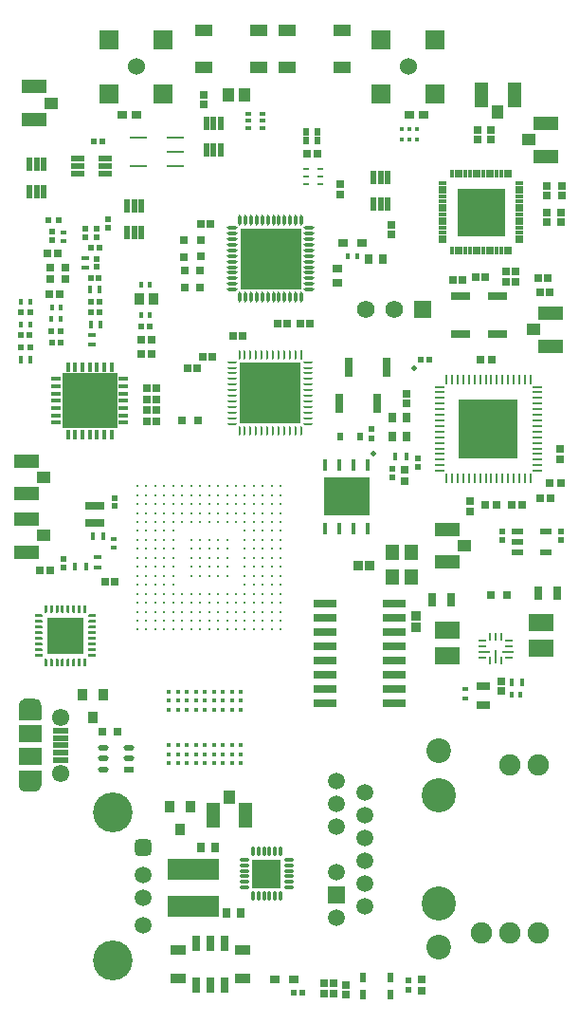
<source format=gts>
G04*
G04 #@! TF.GenerationSoftware,Altium Limited,Altium Designer,24.2.2 (26)*
G04*
G04 Layer_Color=8388736*
%FSLAX44Y44*%
%MOMM*%
G71*
G04*
G04 #@! TF.SameCoordinates,ED65E515-8F89-4409-9B4D-6018ACB33687*
G04*
G04*
G04 #@! TF.FilePolarity,Negative*
G04*
G01*
G75*
%ADD22R,0.7581X0.8121*%
%ADD24R,0.5000X0.4000*%
%ADD25R,1.1000X0.6000*%
%ADD26R,0.6725X0.7154*%
%ADD27R,0.4100X0.3300*%
%ADD28R,0.5200X0.5200*%
%ADD29R,0.7154X0.6725*%
%ADD30C,1.5240*%
%ADD31R,1.7780X1.7780*%
%ADD34R,4.0386X3.4544*%
%ADD35R,0.4318X1.0668*%
G04:AMPARAMS|DCode=36|XSize=0.625mm|YSize=0.25mm|CornerRadius=0.05mm|HoleSize=0mm|Usage=FLASHONLY|Rotation=270.000|XOffset=0mm|YOffset=0mm|HoleType=Round|Shape=RoundedRectangle|*
%AMROUNDEDRECTD36*
21,1,0.6250,0.1500,0,0,270.0*
21,1,0.5250,0.2500,0,0,270.0*
1,1,0.1000,-0.0750,-0.2625*
1,1,0.1000,-0.0750,0.2625*
1,1,0.1000,0.0750,0.2625*
1,1,0.1000,0.0750,-0.2625*
%
%ADD36ROUNDEDRECTD36*%
G04:AMPARAMS|DCode=37|XSize=0.25mm|YSize=0.675mm|CornerRadius=0.05mm|HoleSize=0mm|Usage=FLASHONLY|Rotation=270.000|XOffset=0mm|YOffset=0mm|HoleType=Round|Shape=RoundedRectangle|*
%AMROUNDEDRECTD37*
21,1,0.2500,0.5750,0,0,270.0*
21,1,0.1500,0.6750,0,0,270.0*
1,1,0.1000,-0.2875,-0.0750*
1,1,0.1000,-0.2875,0.0750*
1,1,0.1000,0.2875,0.0750*
1,1,0.1000,0.2875,-0.0750*
%
%ADD37ROUNDEDRECTD37*%
G04:AMPARAMS|DCode=38|XSize=0.25mm|YSize=0.975mm|CornerRadius=0.05mm|HoleSize=0mm|Usage=FLASHONLY|Rotation=270.000|XOffset=0mm|YOffset=0mm|HoleType=Round|Shape=RoundedRectangle|*
%AMROUNDEDRECTD38*
21,1,0.2500,0.8750,0,0,270.0*
21,1,0.1500,0.9750,0,0,270.0*
1,1,0.1000,-0.4375,-0.0750*
1,1,0.1000,-0.4375,0.0750*
1,1,0.1000,0.4375,0.0750*
1,1,0.1000,0.4375,-0.0750*
%
%ADD38ROUNDEDRECTD38*%
G04:AMPARAMS|DCode=39|XSize=1.225mm|YSize=0.25mm|CornerRadius=0.05mm|HoleSize=0mm|Usage=FLASHONLY|Rotation=270.000|XOffset=0mm|YOffset=0mm|HoleType=Round|Shape=RoundedRectangle|*
%AMROUNDEDRECTD39*
21,1,1.2250,0.1500,0,0,270.0*
21,1,1.1250,0.2500,0,0,270.0*
1,1,0.1000,-0.0750,-0.5625*
1,1,0.1000,-0.0750,0.5625*
1,1,0.1000,0.0750,0.5625*
1,1,0.1000,0.0750,-0.5625*
%
%ADD39ROUNDEDRECTD39*%
%ADD40R,0.4500X0.6750*%
%ADD41R,0.4000X0.5000*%
%ADD43R,2.3062X1.5549*%
%ADD44R,0.8000X0.8000*%
%ADD48R,1.8000X0.8000*%
%ADD49R,0.4725X0.5153*%
%ADD53R,1.2000X1.4000*%
%ADD56C,0.4064*%
%ADD57R,0.8121X0.7581*%
%ADD58R,0.8000X1.7000*%
%ADD59R,0.6000X0.8000*%
%ADD61R,0.5153X0.4725*%
%ADD62R,0.4725X0.4682*%
%ADD63R,0.3500X0.6500*%
%ADD64R,0.6500X0.3500*%
%ADD68R,0.6153X0.5725*%
%ADD69R,0.4682X0.4725*%
%ADD70R,0.1925X0.8078*%
G04:AMPARAMS|DCode=71|XSize=0.8078mm|YSize=0.1925mm|CornerRadius=0.0962mm|HoleSize=0mm|Usage=FLASHONLY|Rotation=270.000|XOffset=0mm|YOffset=0mm|HoleType=Round|Shape=RoundedRectangle|*
%AMROUNDEDRECTD71*
21,1,0.8078,0.0000,0,0,270.0*
21,1,0.6154,0.1925,0,0,270.0*
1,1,0.1925,0.0000,-0.3077*
1,1,0.1925,0.0000,0.3077*
1,1,0.1925,0.0000,0.3077*
1,1,0.1925,0.0000,-0.3077*
%
%ADD71ROUNDEDRECTD71*%
G04:AMPARAMS|DCode=72|XSize=0.1925mm|YSize=0.8078mm|CornerRadius=0.0962mm|HoleSize=0mm|Usage=FLASHONLY|Rotation=270.000|XOffset=0mm|YOffset=0mm|HoleType=Round|Shape=RoundedRectangle|*
%AMROUNDEDRECTD72*
21,1,0.1925,0.6154,0,0,270.0*
21,1,0.0000,0.8078,0,0,270.0*
1,1,0.1925,-0.3077,0.0000*
1,1,0.1925,-0.3077,0.0000*
1,1,0.1925,0.3077,0.0000*
1,1,0.1925,0.3077,0.0000*
%
%ADD72ROUNDEDRECTD72*%
%ADD73R,0.4100X0.6600*%
%ADD74R,0.6096X0.2540*%
%ADD76R,0.8500X0.6500*%
%ADD77R,0.6096X0.8382*%
%ADD78R,0.7000X0.7000*%
%ADD79R,0.5393X0.4725*%
%ADD80R,0.6750X0.4500*%
%ADD81R,0.5200X0.5200*%
%ADD83R,5.3086X5.3086*%
G04:AMPARAMS|DCode=84|XSize=0.9397mm|YSize=0.4858mm|CornerRadius=0.2429mm|HoleSize=0mm|Usage=FLASHONLY|Rotation=180.000|XOffset=0mm|YOffset=0mm|HoleType=Round|Shape=RoundedRectangle|*
%AMROUNDEDRECTD84*
21,1,0.9397,0.0000,0,0,180.0*
21,1,0.4539,0.4858,0,0,180.0*
1,1,0.4858,-0.2269,0.0000*
1,1,0.4858,0.2269,0.0000*
1,1,0.4858,0.2269,0.0000*
1,1,0.4858,-0.2269,0.0000*
%
%ADD84ROUNDEDRECTD84*%
%ADD88R,1.4986X0.2032*%
G04:AMPARAMS|DCode=90|XSize=0.95mm|YSize=0.3mm|CornerRadius=0.15mm|HoleSize=0mm|Usage=FLASHONLY|Rotation=270.000|XOffset=0mm|YOffset=0mm|HoleType=Round|Shape=RoundedRectangle|*
%AMROUNDEDRECTD90*
21,1,0.9500,0.0000,0,0,270.0*
21,1,0.6500,0.3000,0,0,270.0*
1,1,0.3000,0.0000,-0.3250*
1,1,0.3000,0.0000,0.3250*
1,1,0.3000,0.0000,0.3250*
1,1,0.3000,0.0000,-0.3250*
%
%ADD90ROUNDEDRECTD90*%
G04:AMPARAMS|DCode=91|XSize=0.3mm|YSize=0.95mm|CornerRadius=0.15mm|HoleSize=0mm|Usage=FLASHONLY|Rotation=270.000|XOffset=0mm|YOffset=0mm|HoleType=Round|Shape=RoundedRectangle|*
%AMROUNDEDRECTD91*
21,1,0.3000,0.6500,0,0,270.0*
21,1,0.0000,0.9500,0,0,270.0*
1,1,0.3000,-0.3250,0.0000*
1,1,0.3000,-0.3250,0.0000*
1,1,0.3000,0.3250,0.0000*
1,1,0.3000,0.3250,0.0000*
%
%ADD91ROUNDEDRECTD91*%
%ADD92R,5.5000X5.5000*%
%ADD93R,2.6000X2.6000*%
%ADD94R,0.5000X0.3500*%
%ADD95R,1.7000X0.8000*%
%ADD97R,0.9500X0.7000*%
%ADD98R,0.8000X0.8000*%
%ADD99R,0.2540X0.8128*%
%ADD100R,0.8128X0.2540*%
G04:AMPARAMS|DCode=103|XSize=0.3mm|YSize=0.85mm|CornerRadius=0.15mm|HoleSize=0mm|Usage=FLASHONLY|Rotation=270.000|XOffset=0mm|YOffset=0mm|HoleType=Round|Shape=RoundedRectangle|*
%AMROUNDEDRECTD103*
21,1,0.3000,0.5500,0,0,270.0*
21,1,0.0000,0.8500,0,0,270.0*
1,1,0.3000,-0.2750,0.0000*
1,1,0.3000,-0.2750,0.0000*
1,1,0.3000,0.2750,0.0000*
1,1,0.3000,0.2750,0.0000*
%
%ADD103ROUNDEDRECTD103*%
G04:AMPARAMS|DCode=106|XSize=0.85mm|YSize=0.3mm|CornerRadius=0.15mm|HoleSize=0mm|Usage=FLASHONLY|Rotation=270.000|XOffset=0mm|YOffset=0mm|HoleType=Round|Shape=RoundedRectangle|*
%AMROUNDEDRECTD106*
21,1,0.8500,0.0000,0,0,270.0*
21,1,0.5500,0.3000,0,0,270.0*
1,1,0.3000,0.0000,-0.2750*
1,1,0.3000,0.0000,0.2750*
1,1,0.3000,0.0000,0.2750*
1,1,0.3000,0.0000,-0.2750*
%
%ADD106ROUNDEDRECTD106*%
%ADD108R,0.9397X0.4858*%
%ADD109R,0.8000X0.9000*%
%ADD112C,0.6000*%
%ADD113C,0.2250*%
%ADD114R,3.2000X3.2000*%
%ADD115R,0.6500X0.7000*%
%ADD116R,0.7000X0.6500*%
%ADD117R,1.1500X1.1000*%
%ADD118R,2.3000X1.1500*%
%ADD119R,0.7500X1.1500*%
%ADD120R,1.1500X0.7500*%
%ADD121R,1.1500X2.3000*%
%ADD122R,1.1000X1.1500*%
%ADD123R,2.1320X0.7604*%
%ADD124R,0.8200X0.8200*%
%ADD125R,0.8200X0.8200*%
%ADD126R,0.5500X1.1500*%
%ADD127R,0.7000X0.7500*%
%ADD128R,0.9000X1.0000*%
%ADD129R,0.8500X0.4000*%
%ADD130R,0.4000X0.8500*%
%ADD131R,4.9000X4.9000*%
%ADD132R,1.0500X1.1500*%
%ADD133R,1.3500X0.9500*%
%ADD134R,2.0000X1.6000*%
%ADD135R,1.4500X0.5000*%
%ADD136R,1.1500X0.5500*%
%ADD137R,1.6000X1.0000*%
%ADD138R,4.2000X4.2000*%
%ADD139R,0.3200X0.7500*%
%ADD140R,4.6000X1.9000*%
%ADD141R,0.7500X0.7000*%
%ADD142R,0.7500X0.3200*%
%ADD143R,0.6200X0.6600*%
%ADD144R,0.7500X1.3500*%
%ADD145R,0.9000X1.0500*%
%ADD146C,1.5200*%
G04:AMPARAMS|DCode=147|XSize=1.52mm|YSize=1.52mm|CornerRadius=0.405mm|HoleSize=0mm|Usage=FLASHONLY|Rotation=270.000|XOffset=0mm|YOffset=0mm|HoleType=Round|Shape=RoundedRectangle|*
%AMROUNDEDRECTD147*
21,1,1.5200,0.7100,0,0,270.0*
21,1,0.7100,1.5200,0,0,270.0*
1,1,0.8100,-0.3550,-0.3550*
1,1,0.8100,-0.3550,0.3550*
1,1,0.8100,0.3550,0.3550*
1,1,0.8100,0.3550,-0.3550*
%
%ADD147ROUNDEDRECTD147*%
%ADD148C,3.5500*%
%ADD149R,1.5700X1.5700*%
%ADD150C,1.5700*%
%ADD151C,1.5500*%
%ADD152C,2.2000*%
%ADD153C,0.5000*%
%ADD154C,1.9000*%
%ADD155C,3.0500*%
%ADD156C,1.5000*%
%ADD157R,1.5000X1.5000*%
%ADD158C,0.5064*%
%ADD159C,0.6000*%
G36*
X81650Y328150D02*
X76000Y328150D01*
X75751D01*
X75292Y328340D01*
X74940Y328692D01*
X74750Y329151D01*
Y329400D01*
Y329649D01*
X74940Y330108D01*
X75292Y330460D01*
X75751Y330650D01*
X81650D01*
Y328150D01*
D02*
G37*
G36*
X33708Y330460D02*
X34060Y330108D01*
X34250Y329649D01*
Y329400D01*
Y329151D01*
X34060Y328692D01*
X33708Y328340D01*
X33249Y328150D01*
X33000D01*
Y328150D01*
X27350D01*
Y330650D01*
X33249D01*
X33708Y330460D01*
D02*
G37*
G36*
X81650Y323150D02*
X75751D01*
X75292Y323340D01*
X74940Y323692D01*
X74750Y324151D01*
Y324400D01*
Y324649D01*
X74940Y325108D01*
X75292Y325460D01*
X75751Y325650D01*
X81650D01*
Y323150D01*
D02*
G37*
G36*
X33708Y325460D02*
X34060Y325108D01*
X34250Y324649D01*
Y324400D01*
Y324151D01*
X34060Y323692D01*
X33708Y323340D01*
X33249Y323150D01*
X27350D01*
Y325650D01*
X33249D01*
X33708Y325460D01*
D02*
G37*
G36*
X76000Y320650D02*
X81650D01*
Y318150D01*
X75751D01*
X75292Y318340D01*
X74940Y318692D01*
X74750Y319151D01*
Y319400D01*
Y319649D01*
X74940Y320108D01*
X75292Y320460D01*
X75751Y320650D01*
X76000D01*
Y320650D01*
D02*
G37*
G36*
X33708Y320460D02*
X34060Y320108D01*
X34250Y319649D01*
Y319400D01*
Y319151D01*
X34060Y318692D01*
X33708Y318340D01*
X33249Y318150D01*
X27350D01*
Y320650D01*
X33000Y320650D01*
X33249D01*
X33708Y320460D01*
D02*
G37*
G36*
X72708Y316460D02*
X73060Y316108D01*
X73250Y315649D01*
Y315400D01*
Y309750D01*
X70750D01*
X70750Y315400D01*
Y315649D01*
X70940Y316108D01*
X71292Y316460D01*
X71751Y316650D01*
X72249D01*
X72708Y316460D01*
D02*
G37*
G36*
X67708D02*
X68060Y316108D01*
X68250Y315649D01*
Y315400D01*
Y309750D01*
X65750D01*
Y315400D01*
Y315649D01*
X65940Y316108D01*
X66292Y316460D01*
X66751Y316650D01*
X67249D01*
X67708Y316460D01*
D02*
G37*
G36*
X62708D02*
X63060Y316108D01*
X63250Y315649D01*
Y315400D01*
X63250D01*
Y309750D01*
X60750D01*
Y315400D01*
Y315649D01*
X60940Y316108D01*
X61292Y316460D01*
X61751Y316650D01*
X62249D01*
X62708Y316460D01*
D02*
G37*
G36*
X57708D02*
X58060Y316108D01*
X58250Y315649D01*
Y315400D01*
Y309750D01*
X55750D01*
X55750Y315400D01*
Y315649D01*
X55940Y316108D01*
X56292Y316460D01*
X56751Y316650D01*
X57249D01*
X57708Y316460D01*
D02*
G37*
G36*
X52708D02*
X53060Y316108D01*
X53250Y315649D01*
Y315400D01*
X53250D01*
Y309750D01*
X50750D01*
Y315400D01*
Y315649D01*
X50940Y316108D01*
X51292Y316460D01*
X51751Y316650D01*
X52249D01*
X52708Y316460D01*
D02*
G37*
G36*
X47708D02*
X48060Y316108D01*
X48250Y315649D01*
Y315400D01*
Y309750D01*
X45750D01*
X45750Y315400D01*
Y315649D01*
X45940Y316108D01*
X46292Y316460D01*
X46751Y316650D01*
X47249D01*
X47708Y316460D01*
D02*
G37*
G36*
X42708D02*
X43060Y316108D01*
X43250Y315649D01*
Y315400D01*
Y309750D01*
X40750D01*
Y315400D01*
Y315649D01*
X40940Y316108D01*
X41292Y316460D01*
X41751Y316650D01*
X42249D01*
X42708Y316460D01*
D02*
G37*
G36*
X37708D02*
X38060Y316108D01*
X38250Y315649D01*
Y315400D01*
X38250D01*
Y309750D01*
X35750D01*
Y315400D01*
Y315649D01*
X35940Y316108D01*
X36292Y316460D01*
X36751Y316650D01*
X37249D01*
X37708Y316460D01*
D02*
G37*
G36*
X27598Y280493D02*
X27692Y280464D01*
X27779Y280418D01*
X27855Y280355D01*
X27918Y280279D01*
X27964Y280192D01*
X27993Y280098D01*
X28002Y280000D01*
Y280000D01*
D01*
Y275502D01*
X32500D01*
X32598Y275493D01*
X32692Y275464D01*
X32779Y275418D01*
X32855Y275355D01*
X32918Y275279D01*
X32964Y275192D01*
X32993Y275098D01*
X33002Y275000D01*
Y262000D01*
X32993Y261902D01*
X32964Y261808D01*
X32918Y261721D01*
X32855Y261645D01*
X32779Y261582D01*
X32692Y261536D01*
X32598Y261507D01*
X32500Y261498D01*
X13500D01*
X13402Y261507D01*
X13308Y261536D01*
X13221Y261582D01*
X13145Y261645D01*
X13082Y261721D01*
X13036Y261808D01*
X13007Y261902D01*
X12998Y262000D01*
Y275000D01*
X13007Y275098D01*
X13036Y275192D01*
X13082Y275279D01*
X13145Y275355D01*
X13221Y275418D01*
X13308Y275464D01*
X13402Y275493D01*
X13500Y275502D01*
X17997D01*
Y280000D01*
X18007Y280098D01*
X18036Y280192D01*
X18082Y280279D01*
X18145Y280355D01*
X18221Y280417D01*
X18307Y280464D01*
X18402Y280493D01*
X18500Y280502D01*
X27500Y280502D01*
X27500D01*
D01*
X27598Y280493D01*
D02*
G37*
G36*
X32598Y216493D02*
X32692Y216464D01*
X32779Y216418D01*
X32855Y216355D01*
X32918Y216279D01*
X32964Y216192D01*
X32993Y216098D01*
X33002Y216000D01*
Y203000D01*
X32993Y202902D01*
X32964Y202808D01*
X32918Y202721D01*
X32855Y202645D01*
X32779Y202582D01*
X32692Y202536D01*
X32598Y202507D01*
X32500Y202498D01*
X28003D01*
Y198000D01*
X27993Y197902D01*
X27964Y197808D01*
X27918Y197721D01*
X27856Y197645D01*
X27779Y197582D01*
X27692Y197536D01*
X27598Y197507D01*
X27500Y197498D01*
X18500Y197498D01*
X18500D01*
D01*
X18402Y197507D01*
X18308Y197536D01*
X18221Y197582D01*
X18145Y197645D01*
X18082Y197721D01*
X18036Y197808D01*
X18007Y197902D01*
X17998Y198000D01*
Y198000D01*
D01*
Y202498D01*
X13500D01*
X13402Y202507D01*
X13308Y202536D01*
X13221Y202582D01*
X13145Y202645D01*
X13082Y202721D01*
X13036Y202808D01*
X13007Y202902D01*
X12998Y203000D01*
Y216000D01*
X13007Y216098D01*
X13036Y216192D01*
X13082Y216279D01*
X13145Y216355D01*
X13221Y216418D01*
X13308Y216464D01*
X13402Y216493D01*
X13500Y216502D01*
X32500D01*
X32598Y216493D01*
D02*
G37*
G36*
X33708Y335460D02*
X34060Y335108D01*
X34250Y334649D01*
Y334400D01*
Y334151D01*
X34060Y333692D01*
X33708Y333340D01*
X33249Y333150D01*
X27350D01*
Y335650D01*
X33000Y335650D01*
X33249D01*
X33708Y335460D01*
D02*
G37*
G36*
Y340460D02*
X34060Y340108D01*
X34250Y339649D01*
Y339400D01*
Y339151D01*
X34060Y338692D01*
X33708Y338340D01*
X33249Y338150D01*
X33000D01*
Y338150D01*
X27350D01*
Y340650D01*
X33249D01*
X33708Y340460D01*
D02*
G37*
G36*
Y345460D02*
X34060Y345108D01*
X34250Y344649D01*
Y344400D01*
Y344151D01*
X34060Y343692D01*
X33708Y343340D01*
X33249Y343150D01*
X27350D01*
Y345650D01*
X33000Y345650D01*
X33249D01*
X33708Y345460D01*
D02*
G37*
G36*
Y350460D02*
X34060Y350108D01*
X34250Y349649D01*
Y349400D01*
Y349151D01*
X34060Y348692D01*
X33708Y348340D01*
X33249Y348150D01*
X27350D01*
Y350650D01*
X33249D01*
X33708Y350460D01*
D02*
G37*
G36*
Y355460D02*
X34060Y355108D01*
X34250Y354649D01*
Y354400D01*
Y354151D01*
X34060Y353692D01*
X33708Y353340D01*
X33249Y353150D01*
X33000D01*
Y353150D01*
X27350D01*
Y355650D01*
X33249D01*
X33708Y355460D01*
D02*
G37*
G36*
X38250Y358400D02*
Y358151D01*
X38060Y357692D01*
X37708Y357340D01*
X37249Y357150D01*
X36751D01*
X36292Y357340D01*
X35940Y357692D01*
X35750Y358151D01*
Y358400D01*
Y364050D01*
X38250D01*
X38250Y358400D01*
D02*
G37*
G36*
X43250D02*
Y358151D01*
X43060Y357692D01*
X42708Y357340D01*
X42249Y357150D01*
X41751D01*
X41292Y357340D01*
X40940Y357692D01*
X40750Y358151D01*
Y358400D01*
Y364050D01*
X43250D01*
Y358400D01*
D02*
G37*
G36*
X48250D02*
Y358151D01*
X48060Y357692D01*
X47708Y357340D01*
X47249Y357150D01*
X46751D01*
X46292Y357340D01*
X45940Y357692D01*
X45750Y358151D01*
Y358400D01*
X45750D01*
Y364050D01*
X48250D01*
Y358400D01*
D02*
G37*
G36*
X53250D02*
Y358151D01*
X53060Y357692D01*
X52708Y357340D01*
X52249Y357150D01*
X51751D01*
X51292Y357340D01*
X50940Y357692D01*
X50750Y358151D01*
Y358400D01*
Y364050D01*
X53250D01*
X53250Y358400D01*
D02*
G37*
G36*
X76000Y335650D02*
X81650D01*
Y333150D01*
X75751D01*
X75292Y333340D01*
X74940Y333692D01*
X74750Y334151D01*
Y334400D01*
Y334649D01*
X74940Y335108D01*
X75292Y335460D01*
X75751Y335650D01*
X76000D01*
Y335650D01*
D02*
G37*
G36*
X81650Y338150D02*
X76000Y338150D01*
X75751D01*
X75292Y338340D01*
X74940Y338692D01*
X74750Y339151D01*
Y339400D01*
Y339649D01*
X74940Y340108D01*
X75292Y340460D01*
X75751Y340650D01*
X81650D01*
Y338150D01*
D02*
G37*
G36*
X76000Y345650D02*
X81650D01*
Y343150D01*
X75751D01*
X75292Y343340D01*
X74940Y343692D01*
X74750Y344151D01*
Y344400D01*
Y344649D01*
X74940Y345108D01*
X75292Y345460D01*
X75751Y345650D01*
X76000D01*
Y345650D01*
D02*
G37*
G36*
X81650Y348150D02*
X75751D01*
X75292Y348340D01*
X74940Y348692D01*
X74750Y349151D01*
Y349400D01*
Y349649D01*
X74940Y350108D01*
X75292Y350460D01*
X75751Y350650D01*
X81650D01*
Y348150D01*
D02*
G37*
G36*
Y353150D02*
X76000Y353150D01*
X75751D01*
X75292Y353340D01*
X74940Y353692D01*
X74750Y354151D01*
Y354400D01*
Y354649D01*
X74940Y355108D01*
X75292Y355460D01*
X75751Y355650D01*
X81650D01*
Y353150D01*
D02*
G37*
G36*
X58250Y358400D02*
Y358151D01*
X58060Y357692D01*
X57708Y357340D01*
X57249Y357150D01*
X56751D01*
X56292Y357340D01*
X55940Y357692D01*
X55750Y358151D01*
Y358400D01*
X55750D01*
Y364050D01*
X58250D01*
Y358400D01*
D02*
G37*
G36*
X63250D02*
Y358151D01*
X63060Y357692D01*
X62708Y357340D01*
X62249Y357150D01*
X61751D01*
X61292Y357340D01*
X60940Y357692D01*
X60750Y358151D01*
Y358400D01*
Y364050D01*
X63250D01*
X63250Y358400D01*
D02*
G37*
G36*
X68250D02*
Y358151D01*
X68060Y357692D01*
X67708Y357340D01*
X67249Y357150D01*
X66751D01*
X66292Y357340D01*
X65940Y357692D01*
X65750Y358151D01*
Y358400D01*
Y364050D01*
X68250D01*
Y358400D01*
D02*
G37*
G36*
X73250D02*
Y358151D01*
X73060Y357692D01*
X72708Y357340D01*
X72249Y357150D01*
X71751D01*
X71292Y357340D01*
X70940Y357692D01*
X70750Y358151D01*
Y358400D01*
X70750D01*
Y364050D01*
X73250D01*
Y358400D01*
D02*
G37*
D22*
X338270Y673000D02*
D03*
X325730D02*
D03*
X198730Y89000D02*
D03*
X211270D02*
D03*
X188416Y147871D02*
D03*
X175876D02*
D03*
D24*
X98000Y423000D02*
D03*
Y415000D02*
D03*
X412095Y288967D02*
D03*
Y280967D02*
D03*
X52980Y696692D02*
D03*
Y688692D02*
D03*
D25*
X484106Y410802D02*
D03*
Y429802D02*
D03*
X458107D02*
D03*
Y410802D02*
D03*
Y420302D02*
D03*
D26*
X358072Y484345D02*
D03*
Y474774D02*
D03*
X496642Y503781D02*
D03*
Y494210D02*
D03*
X300000Y730214D02*
D03*
Y739786D02*
D03*
X415897Y447226D02*
D03*
X373000Y29786D02*
D03*
Y20214D02*
D03*
X54224Y655292D02*
D03*
Y664863D02*
D03*
X415897Y456797D02*
D03*
X41224Y664863D02*
D03*
Y655292D02*
D03*
D27*
X362000Y788950D02*
D03*
X355400Y779050D02*
D03*
X368600D02*
D03*
X362000D02*
D03*
X355400Y788950D02*
D03*
X368600D02*
D03*
D28*
X346558Y486000D02*
D03*
Y478000D02*
D03*
X328000Y513000D02*
D03*
Y521000D02*
D03*
X52986Y397557D02*
D03*
Y405557D02*
D03*
X445015Y422116D02*
D03*
X497000Y421802D02*
D03*
X369239Y487198D02*
D03*
X361000Y29000D02*
D03*
X445015Y430116D02*
D03*
X361000Y21000D02*
D03*
X369239Y495198D02*
D03*
X497000Y429802D02*
D03*
D29*
X280046Y766415D02*
D03*
X270475D02*
D03*
X41000Y394957D02*
D03*
X31429D02*
D03*
X131786Y601000D02*
D03*
X122214D02*
D03*
X131786Y588000D02*
D03*
X122214D02*
D03*
X40257Y641317D02*
D03*
X38352Y678012D02*
D03*
X462856Y453803D02*
D03*
X488234Y459522D02*
D03*
X429872Y453803D02*
D03*
X435385Y582803D02*
D03*
X496977Y473185D02*
D03*
X487406D02*
D03*
X453285Y453803D02*
D03*
X439443D02*
D03*
X425814Y582803D02*
D03*
X478663Y459522D02*
D03*
X47923Y678012D02*
D03*
X49828Y641317D02*
D03*
D30*
X361000Y844190D02*
D03*
X118000D02*
D03*
D31*
X385130Y820060D02*
D03*
X336870D02*
D03*
Y868320D02*
D03*
X385130D02*
D03*
X142130D02*
D03*
X93870D02*
D03*
Y820060D02*
D03*
X142130D02*
D03*
D34*
X306000Y460802D02*
D03*
D35*
X325050Y432608D02*
D03*
X312350D02*
D03*
X299650D02*
D03*
X286950D02*
D03*
Y488996D02*
D03*
X299650D02*
D03*
X312350D02*
D03*
X325050D02*
D03*
D36*
X444095Y335342D02*
D03*
X439095D02*
D03*
X434095D02*
D03*
Y314592D02*
D03*
X444095D02*
D03*
D37*
X426970Y332467D02*
D03*
Y327467D02*
D03*
Y317467D02*
D03*
X451220D02*
D03*
Y327467D02*
D03*
Y332467D02*
D03*
D38*
X428470Y322467D02*
D03*
X449720D02*
D03*
D39*
X439095Y317592D02*
D03*
D40*
X453349Y295092D02*
D03*
X462599D02*
D03*
X79516Y425100D02*
D03*
X88766D02*
D03*
D41*
X452974Y284092D02*
D03*
X460974D02*
D03*
X130000Y623000D02*
D03*
X122000D02*
D03*
X315000Y675000D02*
D03*
X307000D02*
D03*
X42293Y619467D02*
D03*
X50292D02*
D03*
X50473Y629807D02*
D03*
X42473D02*
D03*
X23000Y635000D02*
D03*
X122000Y650000D02*
D03*
X130000D02*
D03*
X15000Y635000D02*
D03*
X23049Y614285D02*
D03*
X15050D02*
D03*
D43*
X479845Y325960D02*
D03*
Y348473D02*
D03*
X395845Y341473D02*
D03*
Y318960D02*
D03*
D44*
X449345Y372809D02*
D03*
X434345D02*
D03*
X158500Y529000D02*
D03*
X173500D02*
D03*
D48*
X81141Y437000D02*
D03*
Y453000D02*
D03*
D49*
X99000Y459785D02*
D03*
Y452214D02*
D03*
X82477Y691944D02*
D03*
Y699515D02*
D03*
X92905Y708267D02*
D03*
Y700696D02*
D03*
X82362Y665534D02*
D03*
Y673105D02*
D03*
X42971Y696977D02*
D03*
Y689406D02*
D03*
D53*
X363500Y411000D02*
D03*
Y389000D02*
D03*
X346500D02*
D03*
Y411000D02*
D03*
D56*
X211182Y286950D02*
D03*
Y278951D02*
D03*
Y270951D02*
D03*
Y238951D02*
D03*
Y230951D02*
D03*
Y222951D02*
D03*
X203182Y286950D02*
D03*
Y278951D02*
D03*
Y270951D02*
D03*
Y238951D02*
D03*
Y230951D02*
D03*
Y222951D02*
D03*
X195182Y286950D02*
D03*
Y278951D02*
D03*
Y270951D02*
D03*
Y238951D02*
D03*
Y230951D02*
D03*
Y222951D02*
D03*
X187182Y286950D02*
D03*
Y278951D02*
D03*
Y270951D02*
D03*
Y238951D02*
D03*
Y230951D02*
D03*
Y222951D02*
D03*
X179182Y286950D02*
D03*
Y278951D02*
D03*
Y270951D02*
D03*
Y238951D02*
D03*
Y230951D02*
D03*
Y222951D02*
D03*
X171182Y286950D02*
D03*
Y278951D02*
D03*
Y270951D02*
D03*
Y238951D02*
D03*
Y230951D02*
D03*
Y222951D02*
D03*
X163182Y286950D02*
D03*
Y278951D02*
D03*
Y270951D02*
D03*
Y238951D02*
D03*
Y230951D02*
D03*
Y222951D02*
D03*
X155182Y286950D02*
D03*
Y278951D02*
D03*
Y270951D02*
D03*
Y238951D02*
D03*
Y230951D02*
D03*
Y222951D02*
D03*
X147182Y286950D02*
D03*
Y278951D02*
D03*
Y270951D02*
D03*
Y238951D02*
D03*
Y230951D02*
D03*
Y222951D02*
D03*
D57*
X298000Y664270D02*
D03*
Y651730D02*
D03*
D58*
X299000Y544000D02*
D03*
X333000D02*
D03*
X308000Y576000D02*
D03*
X342000D02*
D03*
D59*
X300500Y514000D02*
D03*
X317500D02*
D03*
D61*
X77371Y682588D02*
D03*
X84942D02*
D03*
X129786Y613000D02*
D03*
X122214D02*
D03*
X77825Y625087D02*
D03*
X85396D02*
D03*
X77825Y634819D02*
D03*
X85396D02*
D03*
X77063Y655914D02*
D03*
X84634D02*
D03*
X42469Y598303D02*
D03*
X22760Y604636D02*
D03*
X15189D02*
D03*
X50040Y598303D02*
D03*
D62*
X72638Y691840D02*
D03*
Y699883D02*
D03*
D63*
X85334Y645326D02*
D03*
X76834D02*
D03*
X86021Y614473D02*
D03*
X77521D02*
D03*
X14750Y583000D02*
D03*
X23250D02*
D03*
D64*
X72043Y665124D02*
D03*
Y673624D02*
D03*
X77964Y605069D02*
D03*
Y596569D02*
D03*
D68*
X14714Y594000D02*
D03*
X23286D02*
D03*
X39686Y707038D02*
D03*
X48257D02*
D03*
X41537Y608675D02*
D03*
X50108D02*
D03*
D69*
X23022Y625000D02*
D03*
X14978D02*
D03*
D70*
X265000Y587000D02*
D03*
D71*
X260000D02*
D03*
X255000D02*
D03*
X250000D02*
D03*
X245000D02*
D03*
X240000D02*
D03*
X235000D02*
D03*
X230000D02*
D03*
X225000D02*
D03*
X220000D02*
D03*
X215000D02*
D03*
X210000D02*
D03*
Y519496D02*
D03*
X215000D02*
D03*
X220000D02*
D03*
X225000D02*
D03*
X230000D02*
D03*
X235000D02*
D03*
X240000D02*
D03*
X245000D02*
D03*
X250000D02*
D03*
X255000D02*
D03*
X260000D02*
D03*
X265000D02*
D03*
D72*
X203748Y580748D02*
D03*
Y575748D02*
D03*
Y570748D02*
D03*
Y565748D02*
D03*
Y560748D02*
D03*
Y555748D02*
D03*
Y550748D02*
D03*
Y545748D02*
D03*
Y540748D02*
D03*
Y535748D02*
D03*
Y530748D02*
D03*
Y525748D02*
D03*
X271252D02*
D03*
Y530748D02*
D03*
Y535748D02*
D03*
Y540748D02*
D03*
Y545748D02*
D03*
Y550748D02*
D03*
Y555748D02*
D03*
Y560748D02*
D03*
Y565748D02*
D03*
Y570748D02*
D03*
Y575748D02*
D03*
Y580748D02*
D03*
D73*
X62950Y398000D02*
D03*
X73050D02*
D03*
X349608Y496803D02*
D03*
X359707D02*
D03*
D74*
X282032Y739886D02*
D03*
Y746386D02*
D03*
Y752886D02*
D03*
X269532D02*
D03*
Y746386D02*
D03*
Y739886D02*
D03*
D76*
X105750Y801000D02*
D03*
X118250D02*
D03*
X374250Y801190D02*
D03*
X361750D02*
D03*
D77*
X320600Y31747D02*
D03*
X345400Y16253D02*
D03*
X320600D02*
D03*
X345400Y31747D02*
D03*
D78*
X101318Y250748D02*
D03*
X87318D02*
D03*
D79*
X265974Y17900D02*
D03*
X258643D02*
D03*
D80*
X83000Y407125D02*
D03*
Y397875D02*
D03*
D81*
X80000Y778000D02*
D03*
X371772Y583110D02*
D03*
X88000Y778000D02*
D03*
X379772Y583110D02*
D03*
D83*
X432599Y521306D02*
D03*
D84*
X111155Y236500D02*
D03*
Y227000D02*
D03*
X88845D02*
D03*
Y236500D02*
D03*
Y217500D02*
D03*
D88*
X152637Y780700D02*
D03*
Y768000D02*
D03*
X119363Y755300D02*
D03*
Y780700D02*
D03*
X152637Y755300D02*
D03*
D90*
X255500Y707500D02*
D03*
X240500D02*
D03*
X235500D02*
D03*
X220500D02*
D03*
X245500Y638500D02*
D03*
X265500D02*
D03*
X260500D02*
D03*
X255500D02*
D03*
X250500D02*
D03*
X240500D02*
D03*
X235500D02*
D03*
X230500D02*
D03*
X225500D02*
D03*
X220500D02*
D03*
X215500D02*
D03*
X210500D02*
D03*
Y707500D02*
D03*
X215500D02*
D03*
X225500D02*
D03*
X230500D02*
D03*
X245500D02*
D03*
X250500D02*
D03*
X260500D02*
D03*
X265500D02*
D03*
D91*
X203500Y685500D02*
D03*
Y670500D02*
D03*
Y665500D02*
D03*
Y650500D02*
D03*
Y645500D02*
D03*
X272500Y650500D02*
D03*
Y685500D02*
D03*
Y700500D02*
D03*
Y695500D02*
D03*
Y690500D02*
D03*
Y680500D02*
D03*
Y675500D02*
D03*
Y670500D02*
D03*
Y665500D02*
D03*
Y660500D02*
D03*
Y655500D02*
D03*
Y645500D02*
D03*
X203500Y655500D02*
D03*
Y660500D02*
D03*
Y675500D02*
D03*
Y680500D02*
D03*
Y690500D02*
D03*
Y695500D02*
D03*
Y700500D02*
D03*
D92*
X237500Y553248D02*
D03*
X238000Y673000D02*
D03*
D93*
X234500Y124500D02*
D03*
D94*
X218000Y796000D02*
D03*
X230700D02*
D03*
Y802500D02*
D03*
Y789500D02*
D03*
X218000D02*
D03*
Y802500D02*
D03*
D95*
X408000Y606000D02*
D03*
X441000D02*
D03*
Y640000D02*
D03*
X408000D02*
D03*
D97*
X319443Y687363D02*
D03*
X258558Y29900D02*
D03*
X302943Y687363D02*
D03*
X242058Y29900D02*
D03*
D98*
X175000Y662500D02*
D03*
X175448Y674850D02*
D03*
X160653Y674724D02*
D03*
X161000Y662500D02*
D03*
X175000Y647500D02*
D03*
X161000D02*
D03*
X175448Y689850D02*
D03*
X160653Y689724D02*
D03*
D99*
X455105Y565248D02*
D03*
X470109D02*
D03*
X455105Y477364D02*
D03*
X440101D02*
D03*
X410094D02*
D03*
X415095D02*
D03*
X425098D02*
D03*
X465108Y565248D02*
D03*
X460106D02*
D03*
X450104D02*
D03*
X445103D02*
D03*
X440101D02*
D03*
X435100D02*
D03*
X430099D02*
D03*
X425098D02*
D03*
X420096D02*
D03*
X415095D02*
D03*
X420096Y477364D02*
D03*
X470109D02*
D03*
X395090Y565248D02*
D03*
X405093Y477364D02*
D03*
X395090D02*
D03*
X405093Y565248D02*
D03*
X410094D02*
D03*
X400091Y477364D02*
D03*
Y565248D02*
D03*
X430099Y477364D02*
D03*
X445103D02*
D03*
X450104D02*
D03*
X460106D02*
D03*
X465108D02*
D03*
X435100D02*
D03*
D100*
X476541Y518805D02*
D03*
Y483797D02*
D03*
X388657Y493799D02*
D03*
Y488798D02*
D03*
X476541Y503802D02*
D03*
Y523807D02*
D03*
Y528808D02*
D03*
Y533809D02*
D03*
Y538811D02*
D03*
Y543812D02*
D03*
Y498800D02*
D03*
Y548813D02*
D03*
X388657Y483797D02*
D03*
X476541Y513804D02*
D03*
X388657Y548813D02*
D03*
Y543812D02*
D03*
Y503802D02*
D03*
X476541Y553814D02*
D03*
X388657Y508803D02*
D03*
X476541Y488798D02*
D03*
Y493799D02*
D03*
X388657Y533809D02*
D03*
Y498800D02*
D03*
Y553814D02*
D03*
X476541Y508803D02*
D03*
X388657Y528808D02*
D03*
Y523807D02*
D03*
Y518805D02*
D03*
Y513804D02*
D03*
X476541Y558815D02*
D03*
X388657Y538811D02*
D03*
Y558815D02*
D03*
D103*
X215000Y127000D02*
D03*
X254000Y137000D02*
D03*
Y132000D02*
D03*
Y127000D02*
D03*
Y122000D02*
D03*
Y117000D02*
D03*
Y112000D02*
D03*
X215000D02*
D03*
Y117000D02*
D03*
Y122000D02*
D03*
Y132000D02*
D03*
Y137000D02*
D03*
D106*
X247000Y105000D02*
D03*
X242000D02*
D03*
X237000D02*
D03*
X232000D02*
D03*
X227000D02*
D03*
X222000D02*
D03*
Y144000D02*
D03*
X227000D02*
D03*
X232000D02*
D03*
X237000D02*
D03*
X242000D02*
D03*
X247000D02*
D03*
D108*
X111155Y217500D02*
D03*
D109*
X359250Y531250D02*
D03*
X346750D02*
D03*
X359250Y514750D02*
D03*
X346750D02*
D03*
D112*
X30000Y203000D02*
G03*
X30000Y203000I-2500J0D01*
G01*
X21000D02*
G03*
X21000Y203000I-2500J0D01*
G01*
X30000Y275000D02*
G03*
X30000Y275000I-2500J0D01*
G01*
X21000D02*
G03*
X21000Y275000I-2500J0D01*
G01*
D113*
X30800Y354400D02*
D03*
Y349400D02*
D03*
Y344400D02*
D03*
Y339400D02*
D03*
X28600Y334400D02*
D03*
Y329400D02*
D03*
Y324400D02*
D03*
X78200Y319400D02*
D03*
Y324400D02*
D03*
Y329400D02*
D03*
X78329Y344400D02*
D03*
Y349400D02*
D03*
Y354400D02*
D03*
X37000Y313200D02*
D03*
X42000D02*
D03*
X52000D02*
D03*
X57000Y311000D02*
D03*
X67000D02*
D03*
X72000D02*
D03*
Y360600D02*
D03*
X67000D02*
D03*
X62000D02*
D03*
X57000Y360600D02*
D03*
X52000Y360729D02*
D03*
X47000D02*
D03*
X42000D02*
D03*
X47000Y313200D02*
D03*
X28600Y319400D02*
D03*
X37000Y360729D02*
D03*
X78200Y334400D02*
D03*
X78329Y339400D02*
D03*
X62000Y311000D02*
D03*
X158977Y454155D02*
D03*
X150977Y342155D02*
D03*
X158977Y358155D02*
D03*
X150977Y350155D02*
D03*
X230978Y342155D02*
D03*
X222978D02*
D03*
Y350155D02*
D03*
X206978Y366155D02*
D03*
X198977D02*
D03*
X142977Y446155D02*
D03*
X230978Y406155D02*
D03*
X142977Y398155D02*
D03*
X230978Y470155D02*
D03*
X222978Y454155D02*
D03*
X230978Y462155D02*
D03*
X182977D02*
D03*
X198977Y454155D02*
D03*
X134977Y358155D02*
D03*
X150977Y454155D02*
D03*
Y446155D02*
D03*
X142977Y470155D02*
D03*
X134977D02*
D03*
X126977Y382155D02*
D03*
X198977Y470155D02*
D03*
X222978Y430155D02*
D03*
X190977Y462155D02*
D03*
Y438155D02*
D03*
X198977Y446155D02*
D03*
X158977Y350155D02*
D03*
Y342155D02*
D03*
X126977Y470155D02*
D03*
X166977Y342155D02*
D03*
X158977Y374155D02*
D03*
X222978Y446155D02*
D03*
X230978D02*
D03*
X118977Y350155D02*
D03*
X190977Y446155D02*
D03*
X118977Y438155D02*
D03*
X126977Y422155D02*
D03*
X118977Y430155D02*
D03*
X158977Y470155D02*
D03*
X246978Y454155D02*
D03*
X206978Y342155D02*
D03*
X246978Y374155D02*
D03*
X118977Y390155D02*
D03*
X166977Y470155D02*
D03*
X198977Y342155D02*
D03*
X246978Y446155D02*
D03*
X118977Y462155D02*
D03*
X238978Y438155D02*
D03*
X246978D02*
D03*
X206978Y358155D02*
D03*
X222978Y398155D02*
D03*
X182977Y446155D02*
D03*
X222978Y470155D02*
D03*
X150977Y358155D02*
D03*
X182977Y454155D02*
D03*
X222978Y406155D02*
D03*
X142977Y390155D02*
D03*
X134977Y454155D02*
D03*
X150977Y438155D02*
D03*
X142977Y422155D02*
D03*
X134977D02*
D03*
X158977Y366155D02*
D03*
X222978Y390155D02*
D03*
Y382155D02*
D03*
X214978Y374155D02*
D03*
X222978D02*
D03*
X230978D02*
D03*
X150977Y366155D02*
D03*
X134977Y414155D02*
D03*
X126977D02*
D03*
X142977Y430155D02*
D03*
X134977D02*
D03*
X126977Y438155D02*
D03*
X134977Y462155D02*
D03*
X238978Y470155D02*
D03*
Y462155D02*
D03*
X246978D02*
D03*
X238978Y446155D02*
D03*
X222978Y358155D02*
D03*
Y366155D02*
D03*
X214978D02*
D03*
Y358155D02*
D03*
Y350155D02*
D03*
Y342155D02*
D03*
X198977Y350155D02*
D03*
X142977Y366155D02*
D03*
X134977D02*
D03*
X126977D02*
D03*
Y374155D02*
D03*
X158977Y446155D02*
D03*
X174977D02*
D03*
X182977Y470155D02*
D03*
X190977D02*
D03*
X230978Y430155D02*
D03*
Y422155D02*
D03*
X222978D02*
D03*
Y414155D02*
D03*
X230978D02*
D03*
X238978D02*
D03*
X174977Y342155D02*
D03*
Y350155D02*
D03*
X182977Y358155D02*
D03*
X174977Y366155D02*
D03*
X166977D02*
D03*
Y358155D02*
D03*
Y350155D02*
D03*
X134977Y390155D02*
D03*
Y398155D02*
D03*
X142977Y406155D02*
D03*
X150977D02*
D03*
X142977Y414155D02*
D03*
X118977Y422155D02*
D03*
X198977Y358155D02*
D03*
X190977Y342155D02*
D03*
Y350155D02*
D03*
Y358155D02*
D03*
Y366155D02*
D03*
X182977Y374155D02*
D03*
Y366155D02*
D03*
Y350155D02*
D03*
Y342155D02*
D03*
X134977Y446155D02*
D03*
X142977Y462155D02*
D03*
Y454155D02*
D03*
X166977Y438155D02*
D03*
X230978Y366155D02*
D03*
X238978D02*
D03*
X246978Y358155D02*
D03*
X238978D02*
D03*
X230978D02*
D03*
X238978Y350155D02*
D03*
X246978D02*
D03*
X238978Y342155D02*
D03*
X198977Y462155D02*
D03*
X206978Y470155D02*
D03*
Y462155D02*
D03*
Y438155D02*
D03*
X214978Y446155D02*
D03*
X118977Y454155D02*
D03*
X134977Y438155D02*
D03*
X142977Y382155D02*
D03*
X126977Y358155D02*
D03*
X134977Y382155D02*
D03*
X118977Y358155D02*
D03*
X126977Y390155D02*
D03*
X150977Y470155D02*
D03*
X166977Y462155D02*
D03*
X222978D02*
D03*
X230978Y454155D02*
D03*
X134977Y350155D02*
D03*
Y342155D02*
D03*
X126977D02*
D03*
Y350155D02*
D03*
X150977Y374155D02*
D03*
X118977Y398155D02*
D03*
X166977Y446155D02*
D03*
X174977Y470155D02*
D03*
X166977Y454155D02*
D03*
X206978D02*
D03*
X214978Y470155D02*
D03*
X238978Y430155D02*
D03*
X230978Y438155D02*
D03*
X214978D02*
D03*
X238978Y398155D02*
D03*
X246978D02*
D03*
X238978Y382155D02*
D03*
X246978D02*
D03*
Y390155D02*
D03*
X238978D02*
D03*
X214978Y430155D02*
D03*
X142977Y342155D02*
D03*
Y350155D02*
D03*
X118977Y414155D02*
D03*
X126977Y406155D02*
D03*
X174977Y438155D02*
D03*
X118977Y382155D02*
D03*
Y374155D02*
D03*
X126977Y454155D02*
D03*
X150977Y462155D02*
D03*
X230978Y350155D02*
D03*
X118977Y470155D02*
D03*
X126977Y462155D02*
D03*
X158977D02*
D03*
X246978Y470155D02*
D03*
X190977Y454155D02*
D03*
X214978D02*
D03*
X238978D02*
D03*
X126977Y430155D02*
D03*
X166977Y422155D02*
D03*
Y414155D02*
D03*
X134977Y406155D02*
D03*
X166977D02*
D03*
Y398155D02*
D03*
Y390155D02*
D03*
X118977Y366155D02*
D03*
Y342155D02*
D03*
X142977Y358155D02*
D03*
X174977Y422155D02*
D03*
X182977D02*
D03*
X174977Y414155D02*
D03*
X182977D02*
D03*
X190977Y422155D02*
D03*
X198977D02*
D03*
X190977Y414155D02*
D03*
X198977D02*
D03*
X174977Y406155D02*
D03*
X182977D02*
D03*
X174977Y398155D02*
D03*
X190977Y406155D02*
D03*
X198977D02*
D03*
X190977Y398155D02*
D03*
X198977D02*
D03*
X230978D02*
D03*
X238978Y422155D02*
D03*
Y406155D02*
D03*
X246978D02*
D03*
X182977Y398155D02*
D03*
X174977Y390155D02*
D03*
X182977D02*
D03*
X190977D02*
D03*
X230978D02*
D03*
X198977D02*
D03*
X230978Y382155D02*
D03*
X174977Y358155D02*
D03*
X206978Y350155D02*
D03*
X238978Y374155D02*
D03*
X246978Y342155D02*
D03*
X158977Y438155D02*
D03*
X182977D02*
D03*
X198977D02*
D03*
X150977Y430155D02*
D03*
Y414155D02*
D03*
Y422155D02*
D03*
Y398155D02*
D03*
Y390155D02*
D03*
Y382155D02*
D03*
X214978Y422155D02*
D03*
Y390155D02*
D03*
Y398155D02*
D03*
Y414155D02*
D03*
Y406155D02*
D03*
X246978Y430155D02*
D03*
Y422155D02*
D03*
X166977Y374155D02*
D03*
X190977D02*
D03*
X174977D02*
D03*
X198977D02*
D03*
X214978Y382155D02*
D03*
X206978Y374155D02*
D03*
X246978Y366155D02*
D03*
X174977Y462155D02*
D03*
X214978D02*
D03*
X174977Y454155D02*
D03*
X118977Y446155D02*
D03*
X126977D02*
D03*
X206978D02*
D03*
X142977Y438155D02*
D03*
X222978D02*
D03*
X246978Y414155D02*
D03*
X118977Y406155D02*
D03*
X126977Y398155D02*
D03*
X134977Y374155D02*
D03*
X142977D02*
D03*
D114*
X54500Y336900D02*
D03*
D115*
X359000Y543750D02*
D03*
Y552250D02*
D03*
X423000Y779750D02*
D03*
Y788250D02*
D03*
X435000Y779750D02*
D03*
Y788250D02*
D03*
X443974Y295967D02*
D03*
Y287467D02*
D03*
X305000Y25250D02*
D03*
Y16750D02*
D03*
D116*
X98250Y385000D02*
D03*
X89750D02*
D03*
X294250Y27000D02*
D03*
X285750D02*
D03*
X127135Y557747D02*
D03*
X135635D02*
D03*
X127135Y537747D02*
D03*
X135635D02*
D03*
X135500Y528024D02*
D03*
X127000D02*
D03*
X135635Y547747D02*
D03*
X127135D02*
D03*
X186233Y585572D02*
D03*
X177733D02*
D03*
X172250Y575000D02*
D03*
X163750D02*
D03*
X273250Y615000D02*
D03*
X264750D02*
D03*
X204750Y604000D02*
D03*
X213250D02*
D03*
X285750Y17000D02*
D03*
X294250D02*
D03*
X485250Y656000D02*
D03*
X476750D02*
D03*
X400750Y654000D02*
D03*
X409250D02*
D03*
X487250Y643050D02*
D03*
X478750D02*
D03*
X447872Y652441D02*
D03*
X456372D02*
D03*
X447872Y662000D02*
D03*
X456372D02*
D03*
X175750Y704214D02*
D03*
X184250D02*
D03*
X252500Y615000D02*
D03*
X244000D02*
D03*
D117*
X468697Y779124D02*
D03*
X35250Y478000D02*
D03*
X411000Y417000D02*
D03*
X35250Y426250D02*
D03*
X42250Y812000D02*
D03*
X472750Y609802D02*
D03*
D118*
X483947Y764374D02*
D03*
Y793874D02*
D03*
X20000Y463250D02*
D03*
Y492750D02*
D03*
X395750Y431750D02*
D03*
Y402250D02*
D03*
X27000Y797250D02*
D03*
Y826750D02*
D03*
X20000Y411500D02*
D03*
Y441000D02*
D03*
X488000Y595052D02*
D03*
Y624552D02*
D03*
D119*
X494095Y374967D02*
D03*
X477095D02*
D03*
X381970Y368417D02*
D03*
X398970D02*
D03*
D120*
X428191Y274891D02*
D03*
Y291891D02*
D03*
D121*
X426250Y819000D02*
D03*
X455750D02*
D03*
X186250Y177000D02*
D03*
X215750D02*
D03*
D122*
X441000Y803750D02*
D03*
X201000Y192250D02*
D03*
D123*
X348000Y276500D02*
D03*
Y289200D02*
D03*
Y301900D02*
D03*
Y314600D02*
D03*
Y327300D02*
D03*
Y340000D02*
D03*
Y352700D02*
D03*
Y365400D02*
D03*
X286532Y276500D02*
D03*
Y289200D02*
D03*
Y301900D02*
D03*
Y314600D02*
D03*
Y327300D02*
D03*
Y340000D02*
D03*
Y352700D02*
D03*
Y365400D02*
D03*
D124*
X315900Y399000D02*
D03*
X326100D02*
D03*
D125*
X368000Y354498D02*
D03*
Y344298D02*
D03*
D126*
X329660Y745645D02*
D03*
X336160D02*
D03*
X342660D02*
D03*
Y721645D02*
D03*
X336160D02*
D03*
X329660D02*
D03*
X193500Y770000D02*
D03*
X187000D02*
D03*
X180500D02*
D03*
Y794000D02*
D03*
X187000D02*
D03*
X193500D02*
D03*
X116138Y696168D02*
D03*
X29000Y733000D02*
D03*
X109638Y720168D02*
D03*
X22500Y757000D02*
D03*
X35500Y733000D02*
D03*
X29000Y757000D02*
D03*
X35500D02*
D03*
X22500Y733000D02*
D03*
X109638Y696168D02*
D03*
X116138Y720168D02*
D03*
X122638D02*
D03*
Y696168D02*
D03*
D127*
X345713Y703250D02*
D03*
Y694750D02*
D03*
X178000Y810750D02*
D03*
Y819250D02*
D03*
X485000Y738250D02*
D03*
X498000D02*
D03*
X485000Y705986D02*
D03*
X497000D02*
D03*
X485000Y714486D02*
D03*
X497000D02*
D03*
X498000Y729750D02*
D03*
X485000D02*
D03*
D128*
X157000Y163500D02*
D03*
X166500Y184500D02*
D03*
X147500D02*
D03*
X79000Y263500D02*
D03*
X69500Y284500D02*
D03*
X88500D02*
D03*
D129*
X46505Y539725D02*
D03*
Y526725D02*
D03*
Y565725D02*
D03*
X106005D02*
D03*
Y552725D02*
D03*
Y539725D02*
D03*
Y546225D02*
D03*
Y533225D02*
D03*
X46505Y546225D02*
D03*
Y559225D02*
D03*
X106005Y526725D02*
D03*
X46505Y552725D02*
D03*
X106005Y559225D02*
D03*
X46505Y533225D02*
D03*
D130*
X76255Y575975D02*
D03*
X95755D02*
D03*
X63255D02*
D03*
X89255Y516475D02*
D03*
X82755D02*
D03*
X76255D02*
D03*
X69755D02*
D03*
X63255D02*
D03*
X56755D02*
D03*
X89255Y575975D02*
D03*
X69755D02*
D03*
X95755Y516475D02*
D03*
X82755Y575975D02*
D03*
X56755D02*
D03*
D131*
X76255Y546225D02*
D03*
D132*
X214517Y819221D02*
D03*
X200017D02*
D03*
D133*
X155158Y56200D02*
D03*
X212658Y30800D02*
D03*
X155158D02*
D03*
X212658Y56200D02*
D03*
D134*
X23000Y229000D02*
D03*
Y249000D02*
D03*
D135*
X50000Y226000D02*
D03*
Y232500D02*
D03*
Y239000D02*
D03*
Y245500D02*
D03*
Y252000D02*
D03*
D136*
X65897Y755706D02*
D03*
X89896Y762206D02*
D03*
Y755706D02*
D03*
X65897Y749206D02*
D03*
X89896D02*
D03*
X65897Y762206D02*
D03*
D137*
X302054Y843884D02*
D03*
X227530Y843725D02*
D03*
X178530Y876725D02*
D03*
X253054Y876884D02*
D03*
X178530Y843725D02*
D03*
X227530Y876725D02*
D03*
X253054Y843884D02*
D03*
X302054Y876884D02*
D03*
D138*
X426000Y714500D02*
D03*
D139*
X440000Y748750D02*
D03*
X404000D02*
D03*
X420000Y680250D02*
D03*
X400000Y748750D02*
D03*
Y680250D02*
D03*
X404000D02*
D03*
X408000D02*
D03*
X412000D02*
D03*
X416000D02*
D03*
X424000D02*
D03*
X428000D02*
D03*
X432000D02*
D03*
X436000D02*
D03*
X440000D02*
D03*
X444000D02*
D03*
X448000D02*
D03*
X452000D02*
D03*
Y748750D02*
D03*
X448000D02*
D03*
X444000D02*
D03*
X436000D02*
D03*
X432000D02*
D03*
X428000D02*
D03*
X424000D02*
D03*
X420000D02*
D03*
X416000D02*
D03*
X412000D02*
D03*
X408000D02*
D03*
D140*
X169000Y128500D02*
D03*
Y95500D02*
D03*
D141*
X429555Y656645D02*
D03*
X421055D02*
D03*
D142*
X391750Y740500D02*
D03*
Y736500D02*
D03*
Y732500D02*
D03*
Y728500D02*
D03*
Y724500D02*
D03*
Y720500D02*
D03*
Y716500D02*
D03*
Y712500D02*
D03*
Y708500D02*
D03*
Y704500D02*
D03*
Y700500D02*
D03*
Y696500D02*
D03*
Y692500D02*
D03*
Y688500D02*
D03*
X460250D02*
D03*
Y692500D02*
D03*
Y696500D02*
D03*
Y700500D02*
D03*
Y704500D02*
D03*
Y708500D02*
D03*
Y712500D02*
D03*
Y716500D02*
D03*
Y720500D02*
D03*
Y724500D02*
D03*
Y728500D02*
D03*
Y732500D02*
D03*
Y736500D02*
D03*
Y740500D02*
D03*
D143*
X269946Y785964D02*
D03*
Y778164D02*
D03*
X279778Y778193D02*
D03*
Y785993D02*
D03*
D144*
X196608Y24750D02*
D03*
X171208Y62250D02*
D03*
Y24750D02*
D03*
X183908D02*
D03*
Y62250D02*
D03*
X196608D02*
D03*
D145*
X133500Y637000D02*
D03*
X120500D02*
D03*
D146*
X123900Y103000D02*
D03*
Y123000D02*
D03*
Y78000D02*
D03*
D147*
Y148000D02*
D03*
D148*
X96800Y178700D02*
D03*
Y47300D02*
D03*
D149*
X373400Y628250D02*
D03*
D150*
X348000D02*
D03*
X322600D02*
D03*
D151*
X50000Y264000D02*
D03*
Y214000D02*
D03*
D152*
X388040Y234364D02*
D03*
Y58596D02*
D03*
D153*
X418500Y729500D02*
D03*
X411000Y722000D02*
D03*
Y707000D02*
D03*
X426000D02*
D03*
X418500Y699500D02*
D03*
X433500D02*
D03*
X441000Y707000D02*
D03*
Y722000D02*
D03*
X426000D02*
D03*
X433500Y729500D02*
D03*
Y714500D02*
D03*
X418500D02*
D03*
X68000Y323400D02*
D03*
X59000D02*
D03*
X50000D02*
D03*
X41000D02*
D03*
X68000Y332400D02*
D03*
X59000D02*
D03*
X50000D02*
D03*
X41000D02*
D03*
X68000Y341400D02*
D03*
X59000D02*
D03*
X50000D02*
D03*
X41000D02*
D03*
X68000Y350400D02*
D03*
X59000D02*
D03*
X50000D02*
D03*
X41000D02*
D03*
D154*
X476940Y221664D02*
D03*
X451540Y71296D02*
D03*
X426140D02*
D03*
X476940D02*
D03*
X451540Y221664D02*
D03*
D155*
X388040Y98220D02*
D03*
Y194740D02*
D03*
D156*
X296600Y207440D02*
D03*
X322000Y197280D02*
D03*
X296600Y187120D02*
D03*
Y166800D02*
D03*
Y85520D02*
D03*
X322000Y176960D02*
D03*
Y156640D02*
D03*
Y136320D02*
D03*
Y116000D02*
D03*
Y95680D02*
D03*
X296600Y126160D02*
D03*
D157*
Y105840D02*
D03*
D158*
X330173Y499579D02*
D03*
X366000Y575000D02*
D03*
X250000Y534000D02*
D03*
X239038Y533000D02*
D03*
X218000Y540000D02*
D03*
X230000D02*
D03*
X243000D02*
D03*
X255000D02*
D03*
X218000Y556000D02*
D03*
X230000D02*
D03*
X243000D02*
D03*
X255000D02*
D03*
X218000Y569000D02*
D03*
X230000D02*
D03*
X243000D02*
D03*
X255000D02*
D03*
X220500Y652000D02*
D03*
X232500D02*
D03*
X245500D02*
D03*
X257500D02*
D03*
X220000Y665000D02*
D03*
X232000D02*
D03*
X245000D02*
D03*
X257000D02*
D03*
X221000Y682000D02*
D03*
X233000D02*
D03*
X246000D02*
D03*
X258000D02*
D03*
X220500Y695000D02*
D03*
X232500D02*
D03*
X245500D02*
D03*
X257500D02*
D03*
X413000Y506000D02*
D03*
X425000D02*
D03*
X438000D02*
D03*
X450000D02*
D03*
X413000Y518000D02*
D03*
X425000D02*
D03*
X438000D02*
D03*
X450000D02*
D03*
X413000Y530000D02*
D03*
X425000D02*
D03*
X438000D02*
D03*
X450000D02*
D03*
Y542000D02*
D03*
X438000D02*
D03*
X425000D02*
D03*
X413000D02*
D03*
D159*
X234500Y114500D02*
D03*
Y124500D02*
D03*
Y134500D02*
D03*
X224500Y114500D02*
D03*
Y124500D02*
D03*
Y134500D02*
D03*
X244500Y114500D02*
D03*
Y124500D02*
D03*
Y134500D02*
D03*
M02*

</source>
